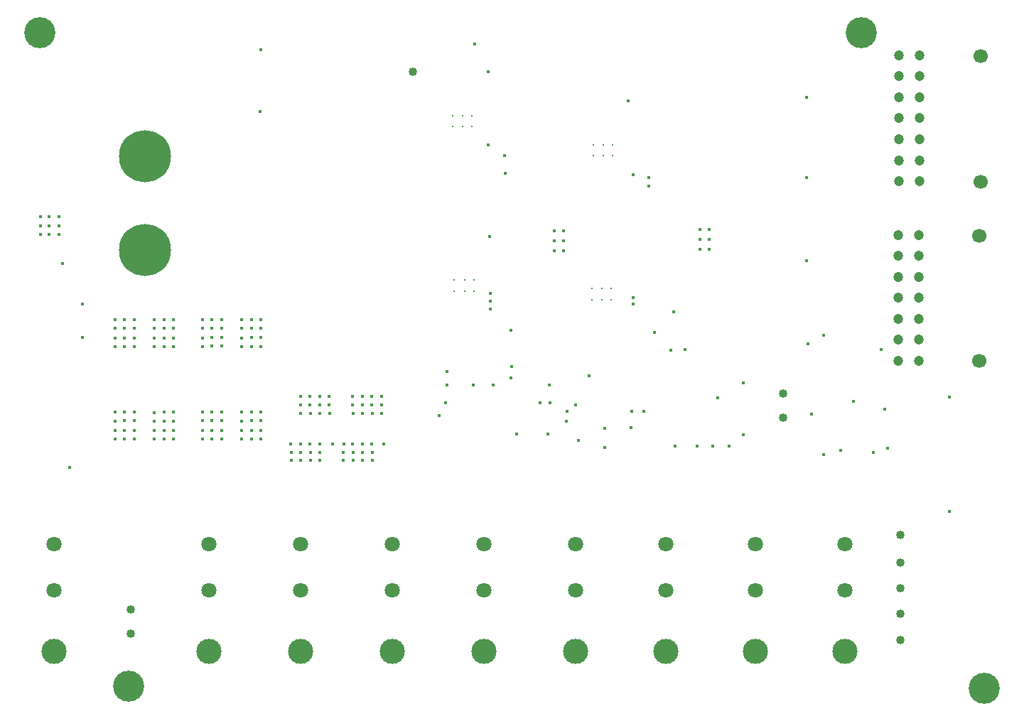
<source format=gbr>
%TF.GenerationSoftware,Altium Limited,Altium Designer,23.5.1 (21)*%
G04 Layer_Color=0*
%FSLAX45Y45*%
%MOMM*%
%TF.SameCoordinates,815A2C8C-8163-47E4-9813-AD16C0C63C49*%
%TF.FilePolarity,Positive*%
%TF.FileFunction,Plated,1,4,PTH,Drill*%
%TF.Part,Single*%
G01*
G75*
%TA.AperFunction,ComponentDrill*%
%ADD130C,3.70000*%
%ADD131C,1.80000*%
%ADD132C,3.00000*%
%ADD133C,6.20000*%
%ADD134C,1.01600*%
%ADD135C,1.20000*%
%ADD136C,1.70000*%
%ADD137C,1.01600*%
%TA.AperFunction,ViaDrill,NotFilled*%
%ADD138C,0.25400*%
%ADD139C,0.38100*%
%ADD140C,0.40640*%
D130*
X2984500Y2984500D02*
D03*
X13176250Y2959100D02*
D03*
X1924050Y10775950D02*
D03*
X11709400D02*
D03*
D131*
X10452100Y4130000D02*
D03*
Y4680000D02*
D03*
X11518900Y4130000D02*
D03*
Y4680000D02*
D03*
X8305800Y4130000D02*
D03*
Y4680000D02*
D03*
X9385300Y4130000D02*
D03*
Y4680000D02*
D03*
X6121400Y4130000D02*
D03*
Y4680000D02*
D03*
X7213600Y4130000D02*
D03*
Y4680000D02*
D03*
X3937000Y4130000D02*
D03*
Y4680000D02*
D03*
X5029200Y4130000D02*
D03*
Y4680000D02*
D03*
X2089150Y4127250D02*
D03*
Y4677250D02*
D03*
D132*
X10452100Y3400000D02*
D03*
X11518900D02*
D03*
X8305800D02*
D03*
X9385300D02*
D03*
X6121400D02*
D03*
X7213600D02*
D03*
X3937000D02*
D03*
X5029200D02*
D03*
X2089150Y3397250D02*
D03*
D133*
X3175000Y9302750D02*
D03*
Y8185150D02*
D03*
D134*
X10775950Y6181800D02*
D03*
Y6470650D02*
D03*
X12179300Y4460515D02*
D03*
Y3530600D02*
D03*
Y4787901D02*
D03*
Y4152900D02*
D03*
Y3848100D02*
D03*
D135*
X12146600Y8363000D02*
D03*
Y8113000D02*
D03*
Y7863000D02*
D03*
Y7613000D02*
D03*
Y7363000D02*
D03*
Y7113000D02*
D03*
Y6863000D02*
D03*
X12396600Y8363000D02*
D03*
Y8113000D02*
D03*
Y7863000D02*
D03*
Y7613000D02*
D03*
Y7363000D02*
D03*
Y7113000D02*
D03*
Y6863000D02*
D03*
X12157900Y10503395D02*
D03*
Y10253395D02*
D03*
Y10003395D02*
D03*
Y9753395D02*
D03*
Y9503395D02*
D03*
Y9253395D02*
D03*
Y9003395D02*
D03*
X12407900Y10503395D02*
D03*
Y10253395D02*
D03*
Y10003395D02*
D03*
Y9753395D02*
D03*
Y9503395D02*
D03*
Y9253395D02*
D03*
Y9003395D02*
D03*
D136*
X13119099Y6858000D02*
D03*
Y8355500D02*
D03*
X13130400Y8998395D02*
D03*
Y10495895D02*
D03*
D137*
X6371590Y10306050D02*
D03*
X3009900Y3898900D02*
D03*
Y3606800D02*
D03*
D138*
X6982310Y7694700D02*
D03*
X6862310D02*
D03*
X6982310Y7824700D02*
D03*
X7092310D02*
D03*
X7092310Y7694700D02*
D03*
X6862310Y7824700D02*
D03*
X6841190Y9786850D02*
D03*
X7071189Y9656850D02*
D03*
X7071190Y9786850D02*
D03*
X6961190D02*
D03*
X6841190Y9656850D02*
D03*
X6961190D02*
D03*
X8636000Y9307600D02*
D03*
X8516000D02*
D03*
X8636000Y9437600D02*
D03*
X8746000D02*
D03*
X8746000Y9307600D02*
D03*
X8516000Y9437600D02*
D03*
X8503300Y7723100D02*
D03*
X8733300Y7593100D02*
D03*
X8733300Y7723100D02*
D03*
X8503300Y7593100D02*
D03*
X8623300D02*
D03*
Y7723100D02*
D03*
D139*
X11461750Y5791200D02*
D03*
X11944350Y6993700D02*
D03*
X11258550Y7169150D02*
D03*
X11076709Y7067550D02*
D03*
X11061700Y10003395D02*
D03*
Y9042400D02*
D03*
Y8058150D02*
D03*
X2280091Y5594350D02*
D03*
X7106270Y10636250D02*
D03*
X4548054Y9836063D02*
D03*
X4555284Y10568689D02*
D03*
X2432050Y7137400D02*
D03*
X2192479Y8026100D02*
D03*
X2432050Y7539502D02*
D03*
X7537155Y7229395D02*
D03*
X7289800Y7483836D02*
D03*
X7292734Y7575647D02*
D03*
Y7668551D02*
D03*
X7278302Y8343900D02*
D03*
X8966613Y6062820D02*
D03*
X7543800Y6794500D02*
D03*
X9608627Y6993700D02*
D03*
X7995273Y6572250D02*
D03*
X8470108Y6682379D02*
D03*
X8307060Y6337300D02*
D03*
X9436954Y6988900D02*
D03*
X8975121Y6261250D02*
D03*
X9121021D02*
D03*
X6776952Y6572250D02*
D03*
X7321122D02*
D03*
X6776952Y6734986D02*
D03*
X6678008Y6209707D02*
D03*
X7534439Y6654986D02*
D03*
X7083626Y6572250D02*
D03*
X8003255Y6358341D02*
D03*
X7881149D02*
D03*
X8198901Y6141108D02*
D03*
X8205916Y6261100D02*
D03*
X7974061Y5989779D02*
D03*
X7599682Y5992460D02*
D03*
X8344089Y5914950D02*
D03*
X8655050Y5829300D02*
D03*
X8929754Y9956836D02*
D03*
X7268172Y10306050D02*
D03*
X8653612Y6054260D02*
D03*
X9495821Y5848350D02*
D03*
X5032835Y6233025D02*
D03*
X5147135Y6233325D02*
D03*
X5261435D02*
D03*
X5375735Y6233025D02*
D03*
X5998035Y6235700D02*
D03*
X5883735Y6236000D02*
D03*
X5769435D02*
D03*
X5655135Y6235700D02*
D03*
X10133920Y5848350D02*
D03*
X9752921D02*
D03*
X9940321D02*
D03*
X9245600Y7203231D02*
D03*
X8991600Y7539423D02*
D03*
Y7617416D02*
D03*
X9474200Y7442200D02*
D03*
X9897750Y8425157D02*
D03*
Y8308548D02*
D03*
Y8193144D02*
D03*
X9786167Y8425157D02*
D03*
Y8308548D02*
D03*
Y8193144D02*
D03*
X8054517Y8177696D02*
D03*
Y8293100D02*
D03*
Y8409709D02*
D03*
X8166100Y8177696D02*
D03*
Y8293100D02*
D03*
Y8409709D02*
D03*
X6756400Y6358341D02*
D03*
X11613441Y6375400D02*
D03*
X11988800Y6286500D02*
D03*
X11120172Y6227500D02*
D03*
X11852000Y5766100D02*
D03*
X12026900Y5816600D02*
D03*
X11262000Y5743300D02*
D03*
X12763500Y6426200D02*
D03*
Y5067300D02*
D03*
X10302638Y6597650D02*
D03*
Y5981550D02*
D03*
X10003821Y6418650D02*
D03*
X5651500Y5869185D02*
D03*
X5549900Y5867400D02*
D03*
X5407903Y5870880D02*
D03*
X6023038Y5869185D02*
D03*
X5025641Y5867700D02*
D03*
X4911341Y5867400D02*
D03*
X5139941Y5867700D02*
D03*
X5254241Y5867400D02*
D03*
X5032835Y5675190D02*
D03*
X5147135D02*
D03*
X4918535Y5674890D02*
D03*
X5261435D02*
D03*
X5883735Y5677566D02*
D03*
X5540835D02*
D03*
X5769435Y5677866D02*
D03*
X5655135D02*
D03*
X5876541Y5870075D02*
D03*
X5762241Y5870375D02*
D03*
X5032835Y5766100D02*
D03*
X5147135D02*
D03*
X4918535Y5765800D02*
D03*
X5261435D02*
D03*
X5883735Y5768475D02*
D03*
X5540835D02*
D03*
X5769435Y5768775D02*
D03*
X5655135D02*
D03*
X5765800Y6439200D02*
D03*
X5651500Y6337000D02*
D03*
X5765800Y6337300D02*
D03*
X5880100D02*
D03*
Y6439200D02*
D03*
X5651500Y6438900D02*
D03*
X5994400D02*
D03*
Y6337000D02*
D03*
X5372100Y6334325D02*
D03*
Y6436225D02*
D03*
X5029200D02*
D03*
X5257800Y6436525D02*
D03*
Y6334625D02*
D03*
X5143500D02*
D03*
X5029200Y6334325D02*
D03*
X5143500Y6436525D02*
D03*
X2819400Y7353000D02*
D03*
X3048000Y7353300D02*
D03*
Y7251400D02*
D03*
X2933700D02*
D03*
X2819400Y7251100D02*
D03*
X2933700Y7353300D02*
D03*
X3048000Y7137100D02*
D03*
X2933700D02*
D03*
X2819400Y7136800D02*
D03*
X3048000Y7035500D02*
D03*
X2933700D02*
D03*
X2819400Y7035200D02*
D03*
X3517900Y7353000D02*
D03*
X3403600D02*
D03*
X3289300Y7352700D02*
D03*
X3517900Y7251100D02*
D03*
X3403600D02*
D03*
X3289300Y7250800D02*
D03*
X3517900Y7137100D02*
D03*
X3403600D02*
D03*
X3289300Y7136800D02*
D03*
X3517900Y7035200D02*
D03*
X3403600D02*
D03*
X3289300Y7034900D02*
D03*
X4330700Y7035200D02*
D03*
X4445000Y7035500D02*
D03*
X4559300D02*
D03*
X4330700Y7137100D02*
D03*
X4445000Y7137400D02*
D03*
X4559300D02*
D03*
X4330700Y7251100D02*
D03*
X4445000Y7251400D02*
D03*
X4559300D02*
D03*
X4330700Y7353000D02*
D03*
X4445000Y7353300D02*
D03*
X4559300D02*
D03*
X3860800Y7035500D02*
D03*
X3975100Y7035800D02*
D03*
X4089400D02*
D03*
X3860800Y7137100D02*
D03*
X3975100Y7137400D02*
D03*
X4089400D02*
D03*
X3975100Y7353600D02*
D03*
X3860800Y7251400D02*
D03*
X3975100Y7251700D02*
D03*
X4089400D02*
D03*
Y7353600D02*
D03*
X3860800Y7353300D02*
D03*
Y6248700D02*
D03*
X4089400Y6249000D02*
D03*
Y6147100D02*
D03*
X3975100D02*
D03*
X3860800Y6146800D02*
D03*
X3975100Y6249000D02*
D03*
X4089400Y6032800D02*
D03*
X3975100D02*
D03*
X3860800Y6032500D02*
D03*
X4089400Y5931200D02*
D03*
X3975100D02*
D03*
X3860800Y5930900D02*
D03*
X4559300Y6248700D02*
D03*
X4445000D02*
D03*
X4330700Y6248400D02*
D03*
X4559300Y6146800D02*
D03*
X4445000D02*
D03*
X4330700Y6146500D02*
D03*
X4559300Y6032800D02*
D03*
X4445000D02*
D03*
X4330700Y6032500D02*
D03*
X4559300Y5930900D02*
D03*
X4445000D02*
D03*
X4330700Y5930600D02*
D03*
X3289300Y5930300D02*
D03*
X3403600Y5930600D02*
D03*
X3517900D02*
D03*
X3289300Y6032200D02*
D03*
X3403600Y6032500D02*
D03*
X3517900D02*
D03*
X3289300Y6146200D02*
D03*
X3403600Y6146500D02*
D03*
X3517900D02*
D03*
X3289300Y6248100D02*
D03*
X3403600Y6248400D02*
D03*
X3517900D02*
D03*
X2819400Y5930600D02*
D03*
X2933700Y5930900D02*
D03*
X3048000D02*
D03*
X2819400Y6032200D02*
D03*
X2933700Y6032500D02*
D03*
X3048000D02*
D03*
X2933700Y6248700D02*
D03*
X2819400Y6146500D02*
D03*
X2933700Y6146800D02*
D03*
X3048000D02*
D03*
Y6248700D02*
D03*
X2819400Y6248400D02*
D03*
D140*
X2147080Y8368243D02*
D03*
X2036361D02*
D03*
X1928709D02*
D03*
Y8472234D02*
D03*
X2147080Y8472235D02*
D03*
X2036361Y8472234D02*
D03*
X2147080Y8577329D02*
D03*
X2036362D02*
D03*
X1928709D02*
D03*
X9181653Y8940800D02*
D03*
X7266434Y9437600D02*
D03*
X7465500Y9099550D02*
D03*
X7455961Y9307600D02*
D03*
X8995234Y9078110D02*
D03*
X9181653Y9042400D02*
D03*
%TF.MD5,cfced23dd0e82844a76063574cfba520*%
M02*

</source>
